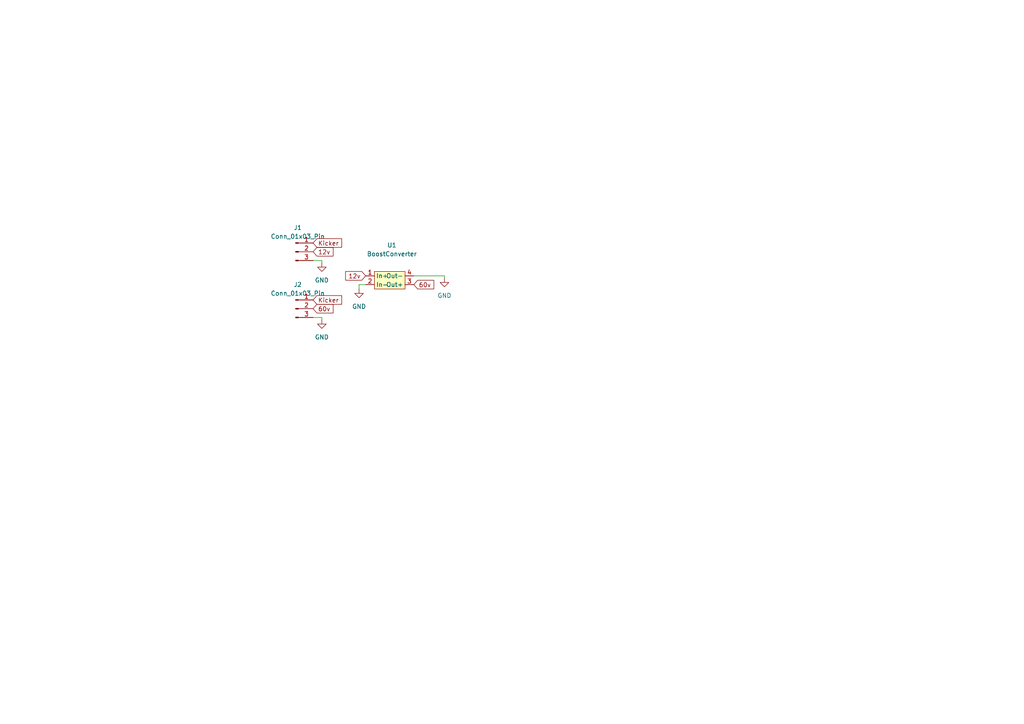
<source format=kicad_sch>
(kicad_sch (version 20230121) (generator eeschema)
  (paper "A4")
  (lib_symbols
    (symbol "BoostConverter:BoostConverter"
      (property "Reference" "U" (at 0 -3.81 0))
      (property "Value" "BoostConverter" (at 0 3.81 0))
      (symbol "BoostConverter_0_1"
        (rectangle (start -5.08 2.54) (end 3.81 -2.54) (fill (type background)))
      )
      (symbol "BoostConverter_1_1"
        (pin input line (at -7.62 1.27 0) (length 2.54) (name "In+") (number "1"))
        (pin input line (at -7.62 -1.27 0) (length 2.54) (name "In-") (number "2"))
        (pin input line (at 6.35 -1.27 180) (length 2.54) (name "Out+") (number "3"))
        (pin input line (at 6.35 1.27 180) (length 2.54) (name "Out-") (number "4"))
      )
    )
    (symbol "Connector:Conn_01x03_Pin" (pin_names (offset 1.016) hide)
      (property "Reference" "J" (at 0 5.08 0))
      (property "Value" "Conn_01x03_Pin" (at 0 -5.08 0))
      (symbol "Conn_01x03_Pin_1_1"
        (polyline (pts (xy 1.27 -2.54) (xy 0.8636 -2.54)) (stroke (width 0.1524)))
        (polyline (pts (xy 1.27 0) (xy 0.8636 0)) (stroke (width 0.1524)))
        (polyline (pts (xy 1.27 2.54) (xy 0.8636 2.54)) (stroke (width 0.1524)))
        (rectangle (start 0.8636 -2.413) (end 0 -2.667) (stroke (width 0.1524)) (fill (type outline)))
        (rectangle (start 0.8636 0.127) (end 0 -0.127) (stroke (width 0.1524)) (fill (type outline)))
        (rectangle (start 0.8636 2.667) (end 0 2.413) (stroke (width 0.1524)) (fill (type outline)))
        (pin passive line (at 5.08 2.54 180) (length 3.81) (name "Pin_1") (number "1"))
        (pin passive line (at 5.08 0 180) (length 3.81) (name "Pin_2") (number "2"))
        (pin passive line (at 5.08 -2.54 180) (length 3.81) (name "Pin_3") (number "3"))
      )
    )
    (symbol "power:GND" (power) (pin_names (offset 0))
      (property "Value" "GND" (at 0 -3.81 0))
      (symbol "GND_0_1"
        (polyline (pts (xy 0 0) (xy 0 -1.27) (xy 1.27 -1.27) (xy 0 -2.54) (xy -1.27 -1.27) (xy 0 -1.27)))
      )
      (symbol "GND_1_1"
        (pin power_in line (at 0 0 270) (length 0) hide (name "GND") (number "1"))
      )
    )
  )
  (wire (pts (xy 93.345 75.565) (xy 93.345 76.2)))
  (wire (pts (xy 104.14 82.55) (xy 106.045 82.55)))
  (wire (pts (xy 90.805 92.075) (xy 93.345 92.075)))
  (wire (pts (xy 128.905 80.01) (xy 128.905 80.645)))
  (wire (pts (xy 93.345 92.075) (xy 93.345 92.71)))
  (wire (pts (xy 104.14 83.82) (xy 104.14 82.55)))
  (wire (pts (xy 90.805 75.565) (xy 93.345 75.565)))
  (wire (pts (xy 120.015 80.01) (xy 128.905 80.01)))
  (global_label "60v" (shape input) (at 90.805 89.535 0) (property "Intersheetrefs" "${INTERSHEET_REFS}" (effects hide)))
  (global_label "Kicker" (shape input) (at 90.805 86.995 0) (property "Intersheetrefs" "${INTERSHEET_REFS}" (effects hide)))
  (global_label "Kicker" (shape input) (at 90.805 70.485 0) (property "Intersheetrefs" "${INTERSHEET_REFS}" (effects hide)))
  (global_label "12v" (shape input) (at 106.045 80.01 180) (property "Intersheetrefs" "${INTERSHEET_REFS}" (effects hide)))
  (global_label "60v" (shape input) (at 120.015 82.55 0) (property "Intersheetrefs" "${INTERSHEET_REFS}" (effects hide)))
  (global_label "12v" (shape input) (at 90.805 73.025 0) (property "Intersheetrefs" "${INTERSHEET_REFS}" (effects hide)))
  (symbol (lib_id "Connector:Conn_01x03_Pin") (at 85.725 89.535 0) (unit 1)
    (property "Reference" "J2" (at 86.36 82.55 0))
    (property "Value" "Conn_01x03_Pin" (at 86.36 85.09 0))
    (property "Footprint" "Connector_JST:JST_XH_B3B-XH-AM_1x03_P2.50mm_Vertical" (effects hide))
  )
  (symbol (lib_id "power:GND") (at 93.345 76.2 0) (mirror y) (unit 1)
    (property "Reference" "#PWR01" (effects hide))
    (property "Value" "GND" (at 93.345 81.28 0))
  )
  (symbol (lib_id "power:GND") (at 104.14 83.82 0) (mirror y) (unit 1)
    (property "Reference" "#PWR03" (effects hide))
    (property "Value" "GND" (at 104.14 88.9 0))
  )
  (symbol (lib_id "power:GND") (at 128.905 80.645 0) (mirror y) (unit 1)
    (property "Reference" "#PWR04" (effects hide))
    (property "Value" "GND" (at 128.905 85.725 0))
  )
  (symbol (lib_id "power:GND") (at 93.345 92.71 0) (mirror y) (unit 1)
    (property "Reference" "#PWR02" (effects hide))
    (property "Value" "GND" (at 93.345 97.79 0))
  )
  (symbol (lib_id "BoostConverter:BoostConverter") (at 113.665 81.28 0) (unit 1)
    (property "Reference" "U1" (at 113.665 71.12 0))
    (property "Value" "BoostConverter" (at 113.665 73.66 0))
    (property "Footprint" "BoostConverter:Boost_Convertor_LM2577" (effects hide))
  )
  (symbol (lib_id "Connector:Conn_01x03_Pin") (at 85.725 73.025 0) (unit 1)
    (property "Reference" "J1" (at 86.36 66.04 0))
    (property "Value" "Conn_01x03_Pin" (at 86.36 68.58 0))
    (property "Footprint" "Connector_JST:JST_XH_B3B-XH-AM_1x03_P2.50mm_Vertical" (effects hide))
  )
)
</source>
